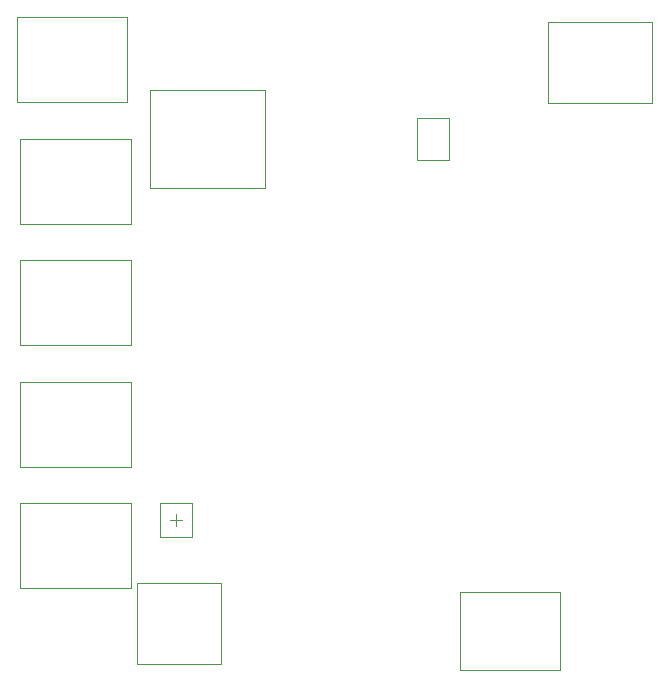
<source format=gbr>
%TF.GenerationSoftware,Altium Limited,Altium Designer,20.2.4 (192)*%
G04 Layer_Color=32768*
%FSLAX45Y45*%
%MOMM*%
%TF.SameCoordinates,538F140D-ADF5-4649-B7F1-A5983F3DD12E*%
%TF.FilePolarity,Positive*%
%TF.FileFunction,Other,Mechanical_15*%
%TF.Part,Single*%
G01*
G75*
%TA.AperFunction,NonConductor*%
%ADD64C,0.10000*%
%ADD86C,0.05000*%
D64*
X22001Y5532999D02*
X960303D01*
Y4813000D02*
Y5532999D01*
X22001Y4813000D02*
X960303D01*
X22001D02*
Y5532999D01*
X1153500Y4082506D02*
Y4917506D01*
X2125000D01*
Y4082506D02*
Y4917506D01*
X1153500Y4082506D02*
X2125000D01*
X1325001Y1275004D02*
X1425001D01*
X1375004Y1225001D02*
Y1325001D01*
X4524898Y5495000D02*
X5404998D01*
X4524898Y4804999D02*
Y5495000D01*
Y4804999D02*
X5404998D01*
Y5495000D01*
X55021Y3784600D02*
Y4504604D01*
Y3784600D02*
X993323D01*
Y4504604D01*
X55021D02*
X993323D01*
X55021Y699404D02*
Y1419403D01*
Y699404D02*
X993323D01*
Y1419403D01*
X55021D02*
X993323D01*
X55021Y1727799D02*
Y2447798D01*
Y1727799D02*
X993323D01*
Y2447798D01*
X55021D02*
X993323D01*
X55021Y3476198D02*
X993323D01*
Y2756200D02*
Y3476198D01*
X55021Y2756200D02*
X993323D01*
X55021D02*
Y3476198D01*
D86*
X1045002Y55001D02*
X1755003D01*
X1045002Y745002D02*
X1755003D01*
Y55001D02*
Y745002D01*
X1045002Y55001D02*
Y745002D01*
X1240003Y1127501D02*
X1510000D01*
X1240003D02*
Y1422502D01*
X1510000Y1127501D02*
Y1422502D01*
X1240003D02*
X1510000D01*
X3780003Y662498D02*
X4620006D01*
Y2499D02*
Y662498D01*
X3780003Y2499D02*
X4620006D01*
X3780003D02*
Y662498D01*
X3687501Y4319996D02*
Y4679996D01*
X3412500Y4319996D02*
X3687501D01*
X3412500D02*
Y4679996D01*
X3687501D01*
%TF.MD5,458573e530e098a9680ba140ec04e87d*%
M02*

</source>
